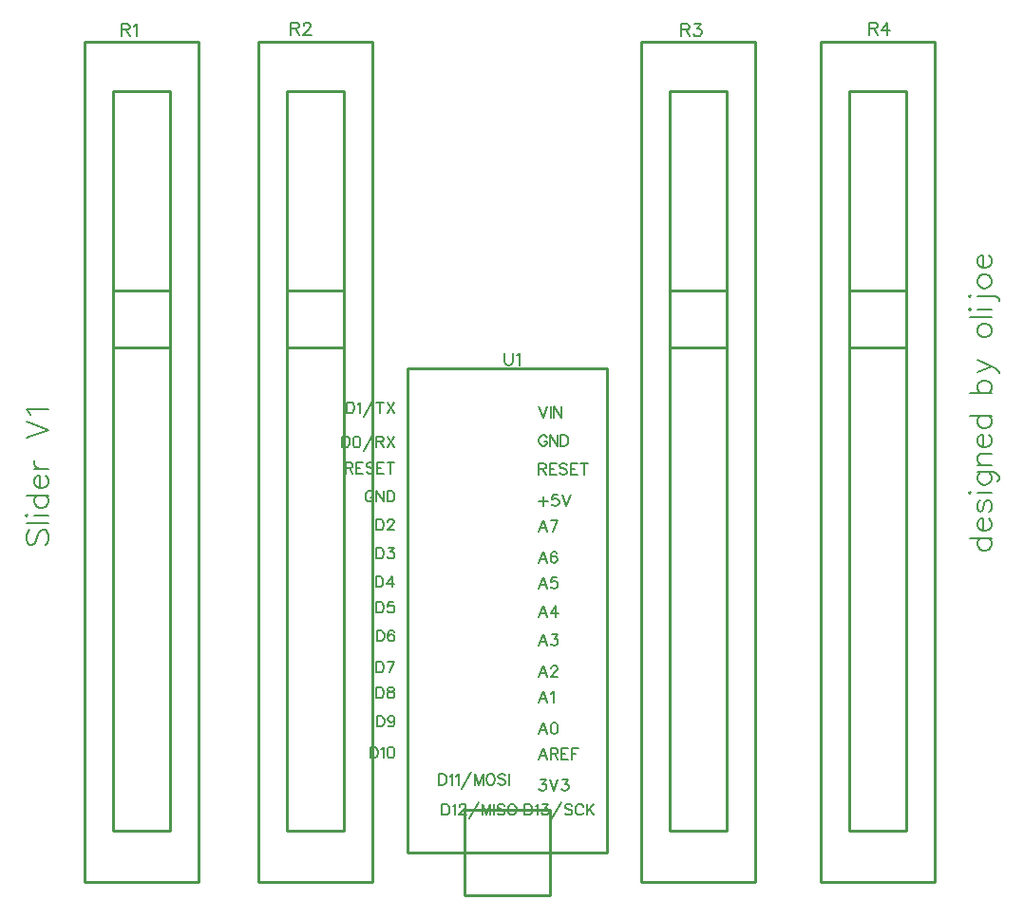
<source format=gto>
G04 Layer: TopSilkLayer*
G04 EasyEDA v6.3.53, 2020-06-28T18:38:07+02:00*
G04 af82a4ba73104de48942a1140a1abb13,10*
G04 Gerber Generator version 0.2*
G04 Scale: 100 percent, Rotated: No, Reflected: No *
G04 Dimensions in millimeters *
G04 leading zeros omitted , absolute positions ,3 integer and 3 decimal *
%FSLAX33Y33*%
%MOMM*%
G90*
G71D02*

%ADD10C,0.254000*%
%ADD15C,0.203200*%
%ADD16C,0.152400*%
%ADD17C,0.177800*%

%LPD*%
G54D10*
G01X36195Y4963D02*
G01X53975Y4963D01*
G01X53975Y4963D02*
G01X53975Y48143D01*
G01X53975Y48143D02*
G01X36195Y48143D01*
G01X36195Y48143D02*
G01X36195Y4963D01*
G01X41275Y8773D02*
G01X41275Y1153D01*
G01X48895Y1153D01*
G01X48895Y8773D01*
G01X41275Y8773D01*
G01X73025Y77326D02*
G01X83185Y77326D01*
G01X73025Y77326D02*
G01X73025Y2361D01*
G01X83185Y77326D02*
G01X83185Y2361D01*
G01X73025Y2361D02*
G01X83185Y2361D01*
G01X75565Y6968D02*
G01X75565Y72881D01*
G01X80645Y72881D01*
G01X80645Y6968D01*
G01X75565Y6968D01*
G01X75692Y55101D02*
G01X80645Y55101D01*
G01X75566Y50022D02*
G01X80646Y50022D01*
G01X57023Y77326D02*
G01X67183Y77326D01*
G01X57023Y77326D02*
G01X57023Y2361D01*
G01X67183Y77326D02*
G01X67183Y2361D01*
G01X57023Y2361D02*
G01X67183Y2361D01*
G01X59563Y6968D02*
G01X59563Y72881D01*
G01X64643Y72881D01*
G01X64643Y6968D01*
G01X59563Y6968D01*
G01X59564Y50022D02*
G01X64644Y50022D01*
G01X59690Y55101D02*
G01X64643Y55101D01*
G01X22860Y77326D02*
G01X33020Y77326D01*
G01X22860Y77326D02*
G01X22860Y2361D01*
G01X33020Y77326D02*
G01X33020Y2361D01*
G01X25400Y6968D02*
G01X25400Y72881D01*
G01X30480Y72881D01*
G01X30480Y6968D01*
G01X25400Y6968D01*
G01X25401Y50022D02*
G01X30481Y50022D01*
G01X25527Y55101D02*
G01X30480Y55101D01*
G01X22860Y2361D02*
G01X33020Y2361D01*
G01X7366Y77326D02*
G01X17526Y77326D01*
G01X7366Y77326D02*
G01X7366Y2361D01*
G01X17526Y77326D02*
G01X17526Y2361D01*
G01X7366Y2361D02*
G01X17526Y2361D01*
G01X9906Y6968D02*
G01X9906Y72881D01*
G01X14986Y72881D01*
G01X14986Y6968D01*
G01X9906Y6968D01*
G01X10033Y55101D02*
G01X14986Y55101D01*
G01X9907Y50022D02*
G01X14987Y50022D01*
G54D15*
G01X86274Y33055D02*
G01X88214Y33055D01*
G01X87198Y33055D02*
G01X87013Y32869D01*
G01X86921Y32687D01*
G01X86921Y32407D01*
G01X87013Y32224D01*
G01X87198Y32039D01*
G01X87475Y31947D01*
G01X87660Y31947D01*
G01X87937Y32039D01*
G01X88120Y32224D01*
G01X88214Y32407D01*
G01X88214Y32687D01*
G01X88120Y32869D01*
G01X87937Y33055D01*
G01X87475Y33665D02*
G01X87475Y34772D01*
G01X87290Y34772D01*
G01X87104Y34681D01*
G01X87013Y34589D01*
G01X86921Y34404D01*
G01X86921Y34127D01*
G01X87013Y33941D01*
G01X87198Y33756D01*
G01X87475Y33665D01*
G01X87660Y33665D01*
G01X87937Y33756D01*
G01X88120Y33941D01*
G01X88214Y34127D01*
G01X88214Y34404D01*
G01X88120Y34589D01*
G01X87937Y34772D01*
G01X87198Y36398D02*
G01X87013Y36306D01*
G01X86921Y36029D01*
G01X86921Y35752D01*
G01X87013Y35476D01*
G01X87198Y35382D01*
G01X87381Y35476D01*
G01X87475Y35658D01*
G01X87567Y36121D01*
G01X87660Y36306D01*
G01X87843Y36398D01*
G01X87937Y36398D01*
G01X88120Y36306D01*
G01X88214Y36029D01*
G01X88214Y35752D01*
G01X88120Y35476D01*
G01X87937Y35382D01*
G01X86274Y37007D02*
G01X86365Y37101D01*
G01X86274Y37193D01*
G01X86182Y37101D01*
G01X86274Y37007D01*
G01X86921Y37101D02*
G01X88214Y37101D01*
G01X86921Y38910D02*
G01X88397Y38910D01*
G01X88676Y38818D01*
G01X88768Y38727D01*
G01X88859Y38541D01*
G01X88859Y38264D01*
G01X88768Y38079D01*
G01X87198Y38910D02*
G01X87013Y38727D01*
G01X86921Y38541D01*
G01X86921Y38264D01*
G01X87013Y38079D01*
G01X87198Y37894D01*
G01X87475Y37802D01*
G01X87660Y37802D01*
G01X87937Y37894D01*
G01X88120Y38079D01*
G01X88214Y38264D01*
G01X88214Y38541D01*
G01X88120Y38727D01*
G01X87937Y38910D01*
G01X86921Y39519D02*
G01X88214Y39519D01*
G01X87290Y39519D02*
G01X87013Y39799D01*
G01X86921Y39981D01*
G01X86921Y40258D01*
G01X87013Y40444D01*
G01X87290Y40535D01*
G01X88214Y40535D01*
G01X87475Y41145D02*
G01X87475Y42255D01*
G01X87290Y42255D01*
G01X87104Y42161D01*
G01X87013Y42069D01*
G01X86921Y41884D01*
G01X86921Y41607D01*
G01X87013Y41424D01*
G01X87198Y41239D01*
G01X87475Y41145D01*
G01X87660Y41145D01*
G01X87937Y41239D01*
G01X88120Y41424D01*
G01X88214Y41607D01*
G01X88214Y41884D01*
G01X88120Y42069D01*
G01X87937Y42255D01*
G01X86274Y43972D02*
G01X88214Y43972D01*
G01X87198Y43972D02*
G01X87013Y43786D01*
G01X86921Y43604D01*
G01X86921Y43327D01*
G01X87013Y43141D01*
G01X87198Y42956D01*
G01X87475Y42864D01*
G01X87660Y42864D01*
G01X87937Y42956D01*
G01X88120Y43141D01*
G01X88214Y43327D01*
G01X88214Y43604D01*
G01X88120Y43786D01*
G01X87937Y43972D01*
G01X86274Y46004D02*
G01X88214Y46004D01*
G01X87198Y46004D02*
G01X87013Y46189D01*
G01X86921Y46375D01*
G01X86921Y46652D01*
G01X87013Y46834D01*
G01X87198Y47020D01*
G01X87475Y47114D01*
G01X87660Y47114D01*
G01X87937Y47020D01*
G01X88120Y46834D01*
G01X88214Y46652D01*
G01X88214Y46375D01*
G01X88120Y46189D01*
G01X87937Y46004D01*
G01X86921Y47815D02*
G01X88214Y48369D01*
G01X86921Y48922D02*
G01X88214Y48369D01*
G01X88583Y48183D01*
G01X88768Y48000D01*
G01X88859Y47815D01*
G01X88859Y47723D01*
G01X86921Y51417D02*
G01X87013Y51231D01*
G01X87198Y51048D01*
G01X87475Y50954D01*
G01X87660Y50954D01*
G01X87937Y51048D01*
G01X88120Y51231D01*
G01X88214Y51417D01*
G01X88214Y51693D01*
G01X88120Y51879D01*
G01X87937Y52064D01*
G01X87660Y52156D01*
G01X87475Y52156D01*
G01X87198Y52064D01*
G01X87013Y51879D01*
G01X86921Y51693D01*
G01X86921Y51417D01*
G01X86274Y52765D02*
G01X88214Y52765D01*
G01X86274Y53375D02*
G01X86365Y53466D01*
G01X86274Y53560D01*
G01X86182Y53466D01*
G01X86274Y53375D01*
G01X86921Y53466D02*
G01X88214Y53466D01*
G01X86274Y54538D02*
G01X86365Y54632D01*
G01X86274Y54724D01*
G01X86182Y54632D01*
G01X86274Y54538D01*
G01X86921Y54632D02*
G01X88491Y54632D01*
G01X88768Y54538D01*
G01X88859Y54353D01*
G01X88859Y54170D01*
G01X86921Y55796D02*
G01X87013Y55610D01*
G01X87198Y55425D01*
G01X87475Y55333D01*
G01X87660Y55333D01*
G01X87937Y55425D01*
G01X88120Y55610D01*
G01X88214Y55796D01*
G01X88214Y56072D01*
G01X88120Y56258D01*
G01X87937Y56441D01*
G01X87660Y56535D01*
G01X87475Y56535D01*
G01X87198Y56441D01*
G01X87013Y56258D01*
G01X86921Y56072D01*
G01X86921Y55796D01*
G01X87475Y57144D02*
G01X87475Y58252D01*
G01X87290Y58252D01*
G01X87104Y58160D01*
G01X87013Y58066D01*
G01X86921Y57883D01*
G01X86921Y57604D01*
G01X87013Y57421D01*
G01X87198Y57236D01*
G01X87475Y57144D01*
G01X87660Y57144D01*
G01X87937Y57236D01*
G01X88120Y57421D01*
G01X88214Y57604D01*
G01X88214Y57883D01*
G01X88120Y58066D01*
G01X87937Y58252D01*
G01X2477Y33748D02*
G01X2291Y33563D01*
G01X2200Y33286D01*
G01X2200Y32915D01*
G01X2291Y32638D01*
G01X2477Y32455D01*
G01X2662Y32455D01*
G01X2847Y32547D01*
G01X2939Y32638D01*
G01X3030Y32824D01*
G01X3216Y33377D01*
G01X3307Y33563D01*
G01X3401Y33654D01*
G01X3587Y33748D01*
G01X3863Y33748D01*
G01X4046Y33563D01*
G01X4140Y33286D01*
G01X4140Y32915D01*
G01X4046Y32638D01*
G01X3863Y32455D01*
G01X2200Y34358D02*
G01X4140Y34358D01*
G01X2200Y34968D02*
G01X2291Y35059D01*
G01X2200Y35150D01*
G01X2108Y35059D01*
G01X2200Y34968D01*
G01X2847Y35059D02*
G01X4140Y35059D01*
G01X2200Y36870D02*
G01X4140Y36870D01*
G01X3124Y36870D02*
G01X2939Y36685D01*
G01X2847Y36499D01*
G01X2847Y36222D01*
G01X2939Y36039D01*
G01X3124Y35854D01*
G01X3401Y35760D01*
G01X3587Y35760D01*
G01X3863Y35854D01*
G01X4046Y36039D01*
G01X4140Y36222D01*
G01X4140Y36499D01*
G01X4046Y36685D01*
G01X3863Y36870D01*
G01X3401Y37480D02*
G01X3401Y38587D01*
G01X3216Y38587D01*
G01X3030Y38496D01*
G01X2939Y38402D01*
G01X2847Y38219D01*
G01X2847Y37942D01*
G01X2939Y37756D01*
G01X3124Y37571D01*
G01X3401Y37480D01*
G01X3587Y37480D01*
G01X3863Y37571D01*
G01X4046Y37756D01*
G01X4140Y37942D01*
G01X4140Y38219D01*
G01X4046Y38402D01*
G01X3863Y38587D01*
G01X2847Y39197D02*
G01X4140Y39197D01*
G01X3401Y39197D02*
G01X3124Y39291D01*
G01X2939Y39473D01*
G01X2847Y39659D01*
G01X2847Y39936D01*
G01X2200Y41968D02*
G01X4140Y42707D01*
G01X2200Y43446D02*
G01X4140Y42707D01*
G01X2571Y44056D02*
G01X2477Y44241D01*
G01X2200Y44518D01*
G01X4140Y44518D01*
G54D16*
G01X44831Y49550D02*
G01X44831Y48770D01*
G01X44881Y48615D01*
G01X44985Y48511D01*
G01X45143Y48460D01*
G01X45247Y48460D01*
G01X45402Y48511D01*
G01X45506Y48615D01*
G01X45557Y48770D01*
G01X45557Y49550D01*
G01X45900Y49341D02*
G01X46004Y49395D01*
G01X46161Y49550D01*
G01X46161Y48460D01*
G54D15*
G01X30767Y45163D02*
G01X30767Y44193D01*
G01X30767Y45163D02*
G01X31089Y45163D01*
G01X31229Y45117D01*
G01X31320Y45026D01*
G01X31366Y44932D01*
G01X31414Y44795D01*
G01X31414Y44564D01*
G01X31366Y44424D01*
G01X31320Y44333D01*
G01X31229Y44241D01*
G01X31089Y44193D01*
G01X30767Y44193D01*
G01X31719Y44978D02*
G01X31810Y45026D01*
G01X31948Y45163D01*
G01X31948Y44193D01*
G01X33086Y45349D02*
G01X32252Y43870D01*
G01X33713Y45163D02*
G01X33713Y44193D01*
G01X33390Y45163D02*
G01X34036Y45163D01*
G01X34340Y45163D02*
G01X34988Y44193D01*
G01X34988Y45163D02*
G01X34340Y44193D01*
G01X48572Y41988D02*
G01X48526Y42082D01*
G01X48432Y42174D01*
G01X48341Y42219D01*
G01X48155Y42219D01*
G01X48064Y42174D01*
G01X47970Y42082D01*
G01X47924Y41988D01*
G01X47879Y41851D01*
G01X47879Y41620D01*
G01X47924Y41480D01*
G01X47970Y41389D01*
G01X48064Y41297D01*
G01X48155Y41249D01*
G01X48341Y41249D01*
G01X48432Y41297D01*
G01X48526Y41389D01*
G01X48572Y41480D01*
G01X48572Y41620D01*
G01X48341Y41620D02*
G01X48572Y41620D01*
G01X48877Y42219D02*
G01X48877Y41249D01*
G01X48877Y42219D02*
G01X49522Y41249D01*
G01X49522Y42219D02*
G01X49522Y41249D01*
G01X49827Y42219D02*
G01X49827Y41249D01*
G01X49827Y42219D02*
G01X50152Y42219D01*
G01X50289Y42174D01*
G01X50380Y42082D01*
G01X50429Y41988D01*
G01X50474Y41851D01*
G01X50474Y41620D01*
G01X50429Y41480D01*
G01X50380Y41389D01*
G01X50289Y41297D01*
G01X50152Y41249D01*
G01X49827Y41249D01*
G01X48295Y36748D02*
G01X48295Y35915D01*
G01X47879Y36332D02*
G01X48709Y36332D01*
G01X49568Y36885D02*
G01X49108Y36885D01*
G01X49060Y36471D01*
G01X49108Y36517D01*
G01X49245Y36563D01*
G01X49385Y36563D01*
G01X49522Y36517D01*
G01X49616Y36423D01*
G01X49662Y36286D01*
G01X49662Y36192D01*
G01X49616Y36055D01*
G01X49522Y35963D01*
G01X49385Y35915D01*
G01X49245Y35915D01*
G01X49108Y35963D01*
G01X49060Y36009D01*
G01X49014Y36100D01*
G01X49966Y36885D02*
G01X50335Y35915D01*
G01X50706Y36885D02*
G01X50335Y35915D01*
G01X39243Y9326D02*
G01X39243Y8356D01*
G01X39243Y9326D02*
G01X39565Y9326D01*
G01X39705Y9281D01*
G01X39796Y9189D01*
G01X39842Y9095D01*
G01X39890Y8958D01*
G01X39890Y8727D01*
G01X39842Y8587D01*
G01X39796Y8496D01*
G01X39705Y8404D01*
G01X39565Y8356D01*
G01X39243Y8356D01*
G01X40195Y9141D02*
G01X40286Y9189D01*
G01X40424Y9326D01*
G01X40424Y8356D01*
G01X40777Y9095D02*
G01X40777Y9141D01*
G01X40822Y9235D01*
G01X40868Y9281D01*
G01X40960Y9326D01*
G01X41145Y9326D01*
G01X41236Y9281D01*
G01X41285Y9235D01*
G01X41330Y9141D01*
G01X41330Y9049D01*
G01X41285Y8958D01*
G01X41191Y8818D01*
G01X40728Y8356D01*
G01X41376Y8356D01*
G01X42511Y9512D02*
G01X41681Y8033D01*
G01X42816Y9326D02*
G01X42816Y8356D01*
G01X42816Y9326D02*
G01X43187Y8356D01*
G01X43555Y9326D02*
G01X43187Y8356D01*
G01X43555Y9326D02*
G01X43555Y8356D01*
G01X43860Y9326D02*
G01X43860Y8356D01*
G01X44813Y9189D02*
G01X44719Y9281D01*
G01X44582Y9326D01*
G01X44396Y9326D01*
G01X44259Y9281D01*
G01X44165Y9189D01*
G01X44165Y9095D01*
G01X44211Y9004D01*
G01X44259Y8958D01*
G01X44350Y8912D01*
G01X44627Y8818D01*
G01X44719Y8773D01*
G01X44767Y8727D01*
G01X44813Y8633D01*
G01X44813Y8496D01*
G01X44719Y8404D01*
G01X44582Y8356D01*
G01X44396Y8356D01*
G01X44259Y8404D01*
G01X44165Y8496D01*
G01X45394Y9326D02*
G01X45300Y9281D01*
G01X45209Y9189D01*
G01X45163Y9095D01*
G01X45118Y8958D01*
G01X45118Y8727D01*
G01X45163Y8587D01*
G01X45209Y8496D01*
G01X45300Y8404D01*
G01X45394Y8356D01*
G01X45580Y8356D01*
G01X45671Y8404D01*
G01X45763Y8496D01*
G01X45808Y8587D01*
G01X45857Y8727D01*
G01X45857Y8958D01*
G01X45808Y9095D01*
G01X45763Y9189D01*
G01X45671Y9281D01*
G01X45580Y9326D01*
G01X45394Y9326D01*
G01X47879Y44759D02*
G01X48247Y43789D01*
G01X48618Y44759D02*
G01X48247Y43789D01*
G01X48922Y44759D02*
G01X48922Y43789D01*
G01X49227Y44759D02*
G01X49227Y43789D01*
G01X49227Y44759D02*
G01X49872Y43789D01*
G01X49872Y44759D02*
G01X49872Y43789D01*
G01X46609Y9326D02*
G01X46609Y8356D01*
G01X46609Y9326D02*
G01X46931Y9326D01*
G01X47071Y9281D01*
G01X47162Y9189D01*
G01X47208Y9095D01*
G01X47256Y8958D01*
G01X47256Y8727D01*
G01X47208Y8587D01*
G01X47162Y8496D01*
G01X47071Y8404D01*
G01X46931Y8356D01*
G01X46609Y8356D01*
G01X47561Y9141D02*
G01X47652Y9189D01*
G01X47790Y9326D01*
G01X47790Y8356D01*
G01X48188Y9326D02*
G01X48696Y9326D01*
G01X48420Y8958D01*
G01X48557Y8958D01*
G01X48651Y8912D01*
G01X48696Y8864D01*
G01X48742Y8727D01*
G01X48742Y8633D01*
G01X48696Y8496D01*
G01X48602Y8404D01*
G01X48465Y8356D01*
G01X48326Y8356D01*
G01X48188Y8404D01*
G01X48143Y8450D01*
G01X48094Y8541D01*
G01X49877Y9512D02*
G01X49047Y8033D01*
G01X50830Y9189D02*
G01X50736Y9281D01*
G01X50599Y9326D01*
G01X50413Y9326D01*
G01X50276Y9281D01*
G01X50182Y9189D01*
G01X50182Y9095D01*
G01X50228Y9004D01*
G01X50276Y8958D01*
G01X50368Y8912D01*
G01X50645Y8818D01*
G01X50736Y8773D01*
G01X50784Y8727D01*
G01X50830Y8633D01*
G01X50830Y8496D01*
G01X50736Y8404D01*
G01X50599Y8356D01*
G01X50413Y8356D01*
G01X50276Y8404D01*
G01X50182Y8496D01*
G01X51828Y9095D02*
G01X51780Y9189D01*
G01X51689Y9281D01*
G01X51597Y9326D01*
G01X51412Y9326D01*
G01X51320Y9281D01*
G01X51226Y9189D01*
G01X51181Y9095D01*
G01X51135Y8958D01*
G01X51135Y8727D01*
G01X51181Y8587D01*
G01X51226Y8496D01*
G01X51320Y8404D01*
G01X51412Y8356D01*
G01X51597Y8356D01*
G01X51689Y8404D01*
G01X51780Y8496D01*
G01X51828Y8587D01*
G01X52133Y9326D02*
G01X52133Y8356D01*
G01X52778Y9326D02*
G01X52133Y8681D01*
G01X52362Y8912D02*
G01X52778Y8356D01*
G01X33086Y37035D02*
G01X33040Y37129D01*
G01X32946Y37221D01*
G01X32854Y37266D01*
G01X32669Y37266D01*
G01X32578Y37221D01*
G01X32484Y37129D01*
G01X32438Y37035D01*
G01X32392Y36898D01*
G01X32392Y36667D01*
G01X32438Y36527D01*
G01X32484Y36436D01*
G01X32578Y36344D01*
G01X32669Y36296D01*
G01X32854Y36296D01*
G01X32946Y36344D01*
G01X33040Y36436D01*
G01X33086Y36527D01*
G01X33086Y36667D01*
G01X32854Y36667D02*
G01X33086Y36667D01*
G01X33390Y37266D02*
G01X33390Y36296D01*
G01X33390Y37266D02*
G01X34036Y36296D01*
G01X34036Y37266D02*
G01X34036Y36296D01*
G01X34340Y37266D02*
G01X34340Y36296D01*
G01X34340Y37266D02*
G01X34665Y37266D01*
G01X34803Y37221D01*
G01X34894Y37129D01*
G01X34942Y37035D01*
G01X34988Y36898D01*
G01X34988Y36667D01*
G01X34942Y36527D01*
G01X34894Y36436D01*
G01X34803Y36344D01*
G01X34665Y36296D01*
G01X34340Y36296D01*
G01X30353Y42115D02*
G01X30353Y41145D01*
G01X30353Y42115D02*
G01X30675Y42115D01*
G01X30815Y42069D01*
G01X30906Y41978D01*
G01X30952Y41884D01*
G01X31000Y41747D01*
G01X31000Y41516D01*
G01X30952Y41376D01*
G01X30906Y41285D01*
G01X30815Y41193D01*
G01X30675Y41145D01*
G01X30353Y41145D01*
G01X31582Y42115D02*
G01X31442Y42069D01*
G01X31351Y41930D01*
G01X31305Y41701D01*
G01X31305Y41561D01*
G01X31351Y41330D01*
G01X31442Y41193D01*
G01X31582Y41145D01*
G01X31673Y41145D01*
G01X31813Y41193D01*
G01X31904Y41330D01*
G01X31950Y41561D01*
G01X31950Y41701D01*
G01X31904Y41930D01*
G01X31813Y42069D01*
G01X31673Y42115D01*
G01X31582Y42115D01*
G01X33086Y42301D02*
G01X32255Y40822D01*
G01X33390Y42115D02*
G01X33390Y41145D01*
G01X33390Y42115D02*
G01X33807Y42115D01*
G01X33947Y42069D01*
G01X33992Y42024D01*
G01X34038Y41930D01*
G01X34038Y41838D01*
G01X33992Y41747D01*
G01X33947Y41701D01*
G01X33807Y41653D01*
G01X33390Y41653D01*
G01X33715Y41653D02*
G01X34038Y41145D01*
G01X34343Y42115D02*
G01X34988Y41145D01*
G01X34988Y42115D02*
G01X34343Y41145D01*
G01X30629Y39761D02*
G01X30629Y38790D01*
G01X30629Y39761D02*
G01X31046Y39761D01*
G01X31183Y39715D01*
G01X31229Y39669D01*
G01X31277Y39575D01*
G01X31277Y39484D01*
G01X31229Y39392D01*
G01X31183Y39346D01*
G01X31046Y39298D01*
G01X30629Y39298D01*
G01X30952Y39298D02*
G01X31277Y38790D01*
G01X31582Y39761D02*
G01X31582Y38790D01*
G01X31582Y39761D02*
G01X32181Y39761D01*
G01X31582Y39298D02*
G01X31950Y39298D01*
G01X31582Y38790D02*
G01X32181Y38790D01*
G01X33131Y39623D02*
G01X33040Y39715D01*
G01X32903Y39761D01*
G01X32717Y39761D01*
G01X32578Y39715D01*
G01X32486Y39623D01*
G01X32486Y39529D01*
G01X32532Y39438D01*
G01X32578Y39392D01*
G01X32672Y39346D01*
G01X32948Y39253D01*
G01X33040Y39207D01*
G01X33086Y39161D01*
G01X33131Y39067D01*
G01X33131Y38930D01*
G01X33040Y38838D01*
G01X32903Y38790D01*
G01X32717Y38790D01*
G01X32578Y38838D01*
G01X32486Y38930D01*
G01X33436Y39761D02*
G01X33436Y38790D01*
G01X33436Y39761D02*
G01X34038Y39761D01*
G01X33436Y39298D02*
G01X33807Y39298D01*
G01X33436Y38790D02*
G01X34038Y38790D01*
G01X34665Y39761D02*
G01X34665Y38790D01*
G01X34343Y39761D02*
G01X34988Y39761D01*
G01X33390Y34726D02*
G01X33390Y33756D01*
G01X33390Y34726D02*
G01X33713Y34726D01*
G01X33853Y34681D01*
G01X33944Y34589D01*
G01X33990Y34495D01*
G01X34038Y34358D01*
G01X34038Y34127D01*
G01X33990Y33987D01*
G01X33944Y33896D01*
G01X33853Y33804D01*
G01X33713Y33756D01*
G01X33390Y33756D01*
G01X34389Y34495D02*
G01X34389Y34541D01*
G01X34434Y34635D01*
G01X34480Y34681D01*
G01X34571Y34726D01*
G01X34757Y34726D01*
G01X34851Y34681D01*
G01X34897Y34635D01*
G01X34942Y34541D01*
G01X34942Y34449D01*
G01X34897Y34358D01*
G01X34803Y34218D01*
G01X34343Y33756D01*
G01X34988Y33756D01*
G01X33390Y32186D02*
G01X33390Y31216D01*
G01X33390Y32186D02*
G01X33713Y32186D01*
G01X33853Y32141D01*
G01X33944Y32049D01*
G01X33990Y31955D01*
G01X34038Y31818D01*
G01X34038Y31587D01*
G01X33990Y31447D01*
G01X33944Y31356D01*
G01X33853Y31264D01*
G01X33713Y31216D01*
G01X33390Y31216D01*
G01X34434Y32186D02*
G01X34942Y32186D01*
G01X34665Y31818D01*
G01X34803Y31818D01*
G01X34897Y31772D01*
G01X34942Y31724D01*
G01X34988Y31587D01*
G01X34988Y31493D01*
G01X34942Y31356D01*
G01X34851Y31264D01*
G01X34711Y31216D01*
G01X34571Y31216D01*
G01X34434Y31264D01*
G01X34389Y31310D01*
G01X34343Y31401D01*
G01X33345Y29646D02*
G01X33345Y28676D01*
G01X33345Y29646D02*
G01X33667Y29646D01*
G01X33807Y29601D01*
G01X33898Y29509D01*
G01X33944Y29415D01*
G01X33992Y29278D01*
G01X33992Y29047D01*
G01X33944Y28907D01*
G01X33898Y28816D01*
G01X33807Y28724D01*
G01X33667Y28676D01*
G01X33345Y28676D01*
G01X34757Y29646D02*
G01X34297Y29001D01*
G01X34988Y29001D01*
G01X34757Y29646D02*
G01X34757Y28676D01*
G01X33390Y27360D02*
G01X33390Y26390D01*
G01X33390Y27360D02*
G01X33713Y27360D01*
G01X33853Y27315D01*
G01X33944Y27223D01*
G01X33990Y27129D01*
G01X34038Y26992D01*
G01X34038Y26761D01*
G01X33990Y26621D01*
G01X33944Y26530D01*
G01X33853Y26438D01*
G01X33713Y26390D01*
G01X33390Y26390D01*
G01X34897Y27360D02*
G01X34434Y27360D01*
G01X34389Y26946D01*
G01X34434Y26992D01*
G01X34571Y27038D01*
G01X34711Y27038D01*
G01X34851Y26992D01*
G01X34942Y26898D01*
G01X34988Y26761D01*
G01X34988Y26667D01*
G01X34942Y26530D01*
G01X34851Y26438D01*
G01X34711Y26390D01*
G01X34571Y26390D01*
G01X34434Y26438D01*
G01X34389Y26484D01*
G01X34343Y26575D01*
G01X33436Y24820D02*
G01X33436Y23850D01*
G01X33436Y24820D02*
G01X33759Y24820D01*
G01X33898Y24775D01*
G01X33990Y24683D01*
G01X34036Y24589D01*
G01X34084Y24452D01*
G01X34084Y24221D01*
G01X34036Y24081D01*
G01X33990Y23990D01*
G01X33898Y23898D01*
G01X33759Y23850D01*
G01X33436Y23850D01*
G01X34942Y24683D02*
G01X34897Y24775D01*
G01X34757Y24820D01*
G01X34665Y24820D01*
G01X34526Y24775D01*
G01X34434Y24635D01*
G01X34389Y24406D01*
G01X34389Y24175D01*
G01X34434Y23990D01*
G01X34526Y23898D01*
G01X34665Y23850D01*
G01X34711Y23850D01*
G01X34848Y23898D01*
G01X34942Y23990D01*
G01X34988Y24127D01*
G01X34988Y24175D01*
G01X34942Y24312D01*
G01X34848Y24406D01*
G01X34711Y24452D01*
G01X34665Y24452D01*
G01X34526Y24406D01*
G01X34434Y24312D01*
G01X34389Y24175D01*
G01X33390Y22026D02*
G01X33390Y21056D01*
G01X33390Y22026D02*
G01X33713Y22026D01*
G01X33853Y21981D01*
G01X33944Y21889D01*
G01X33990Y21795D01*
G01X34038Y21658D01*
G01X34038Y21427D01*
G01X33990Y21287D01*
G01X33944Y21196D01*
G01X33853Y21104D01*
G01X33713Y21056D01*
G01X33390Y21056D01*
G01X34988Y22026D02*
G01X34526Y21056D01*
G01X34343Y22026D02*
G01X34988Y22026D01*
G01X33390Y19740D02*
G01X33390Y18770D01*
G01X33390Y19740D02*
G01X33713Y19740D01*
G01X33853Y19695D01*
G01X33944Y19603D01*
G01X33990Y19509D01*
G01X34038Y19372D01*
G01X34038Y19141D01*
G01X33990Y19001D01*
G01X33944Y18910D01*
G01X33853Y18818D01*
G01X33713Y18770D01*
G01X33390Y18770D01*
G01X34571Y19740D02*
G01X34434Y19695D01*
G01X34389Y19603D01*
G01X34389Y19509D01*
G01X34434Y19418D01*
G01X34526Y19372D01*
G01X34711Y19326D01*
G01X34851Y19278D01*
G01X34942Y19187D01*
G01X34988Y19095D01*
G01X34988Y18955D01*
G01X34942Y18864D01*
G01X34897Y18818D01*
G01X34757Y18770D01*
G01X34571Y18770D01*
G01X34434Y18818D01*
G01X34389Y18864D01*
G01X34343Y18955D01*
G01X34343Y19095D01*
G01X34389Y19187D01*
G01X34480Y19278D01*
G01X34620Y19326D01*
G01X34803Y19372D01*
G01X34897Y19418D01*
G01X34942Y19509D01*
G01X34942Y19603D01*
G01X34897Y19695D01*
G01X34757Y19740D01*
G01X34571Y19740D01*
G01X33436Y17200D02*
G01X33436Y16230D01*
G01X33436Y17200D02*
G01X33759Y17200D01*
G01X33898Y17155D01*
G01X33990Y17063D01*
G01X34036Y16969D01*
G01X34084Y16832D01*
G01X34084Y16601D01*
G01X34036Y16461D01*
G01X33990Y16370D01*
G01X33898Y16278D01*
G01X33759Y16230D01*
G01X33436Y16230D01*
G01X34988Y16878D02*
G01X34942Y16738D01*
G01X34848Y16647D01*
G01X34711Y16601D01*
G01X34665Y16601D01*
G01X34526Y16647D01*
G01X34434Y16738D01*
G01X34389Y16878D01*
G01X34389Y16923D01*
G01X34434Y17063D01*
G01X34526Y17155D01*
G01X34665Y17200D01*
G01X34711Y17200D01*
G01X34848Y17155D01*
G01X34942Y17063D01*
G01X34988Y16878D01*
G01X34988Y16647D01*
G01X34942Y16415D01*
G01X34848Y16278D01*
G01X34711Y16230D01*
G01X34617Y16230D01*
G01X34480Y16278D01*
G01X34434Y16370D01*
G01X32854Y14406D02*
G01X32854Y13436D01*
G01X32854Y14406D02*
G01X33177Y14406D01*
G01X33317Y14361D01*
G01X33408Y14269D01*
G01X33454Y14175D01*
G01X33502Y14038D01*
G01X33502Y13807D01*
G01X33454Y13667D01*
G01X33408Y13576D01*
G01X33317Y13484D01*
G01X33177Y13436D01*
G01X32854Y13436D01*
G01X33807Y14221D02*
G01X33898Y14269D01*
G01X34036Y14406D01*
G01X34036Y13436D01*
G01X34620Y14406D02*
G01X34480Y14361D01*
G01X34389Y14221D01*
G01X34340Y13992D01*
G01X34340Y13853D01*
G01X34389Y13621D01*
G01X34480Y13484D01*
G01X34620Y13436D01*
G01X34711Y13436D01*
G01X34848Y13484D01*
G01X34942Y13621D01*
G01X34988Y13853D01*
G01X34988Y13992D01*
G01X34942Y14221D01*
G01X34848Y14361D01*
G01X34711Y14406D01*
G01X34620Y14406D01*
G01X38989Y11993D02*
G01X38989Y11023D01*
G01X38989Y11993D02*
G01X39311Y11993D01*
G01X39451Y11948D01*
G01X39542Y11856D01*
G01X39588Y11762D01*
G01X39636Y11625D01*
G01X39636Y11394D01*
G01X39588Y11254D01*
G01X39542Y11163D01*
G01X39451Y11071D01*
G01X39311Y11023D01*
G01X38989Y11023D01*
G01X39941Y11808D02*
G01X40032Y11856D01*
G01X40170Y11993D01*
G01X40170Y11023D01*
G01X40474Y11808D02*
G01X40568Y11856D01*
G01X40706Y11993D01*
G01X40706Y11023D01*
G01X41843Y12179D02*
G01X41010Y10700D01*
G01X42148Y11993D02*
G01X42148Y11023D01*
G01X42148Y11993D02*
G01X42517Y11023D01*
G01X42887Y11993D02*
G01X42517Y11023D01*
G01X42887Y11993D02*
G01X42887Y11023D01*
G01X43469Y11993D02*
G01X43375Y11948D01*
G01X43284Y11856D01*
G01X43238Y11762D01*
G01X43192Y11625D01*
G01X43192Y11394D01*
G01X43238Y11254D01*
G01X43284Y11163D01*
G01X43375Y11071D01*
G01X43469Y11023D01*
G01X43652Y11023D01*
G01X43746Y11071D01*
G01X43837Y11163D01*
G01X43883Y11254D01*
G01X43929Y11394D01*
G01X43929Y11625D01*
G01X43883Y11762D01*
G01X43837Y11856D01*
G01X43746Y11948D01*
G01X43652Y11993D01*
G01X43469Y11993D01*
G01X44881Y11856D02*
G01X44790Y11948D01*
G01X44650Y11993D01*
G01X44465Y11993D01*
G01X44328Y11948D01*
G01X44234Y11856D01*
G01X44234Y11762D01*
G01X44282Y11671D01*
G01X44328Y11625D01*
G01X44419Y11579D01*
G01X44696Y11485D01*
G01X44790Y11440D01*
G01X44836Y11394D01*
G01X44881Y11300D01*
G01X44881Y11163D01*
G01X44790Y11071D01*
G01X44650Y11023D01*
G01X44465Y11023D01*
G01X44328Y11071D01*
G01X44234Y11163D01*
G01X45186Y11993D02*
G01X45186Y11023D01*
G01X47970Y11485D02*
G01X48478Y11485D01*
G01X48201Y11117D01*
G01X48341Y11117D01*
G01X48432Y11071D01*
G01X48478Y11023D01*
G01X48526Y10886D01*
G01X48526Y10792D01*
G01X48478Y10655D01*
G01X48387Y10563D01*
G01X48247Y10515D01*
G01X48110Y10515D01*
G01X47970Y10563D01*
G01X47924Y10609D01*
G01X47879Y10700D01*
G01X48831Y11485D02*
G01X49199Y10515D01*
G01X49568Y11485D02*
G01X49199Y10515D01*
G01X49966Y11485D02*
G01X50474Y11485D01*
G01X50198Y11117D01*
G01X50335Y11117D01*
G01X50429Y11071D01*
G01X50474Y11023D01*
G01X50520Y10886D01*
G01X50520Y10792D01*
G01X50474Y10655D01*
G01X50380Y10563D01*
G01X50243Y10515D01*
G01X50104Y10515D01*
G01X49966Y10563D01*
G01X49921Y10609D01*
G01X49872Y10700D01*
G01X48247Y14279D02*
G01X47879Y13309D01*
G01X48247Y14279D02*
G01X48618Y13309D01*
G01X48018Y13634D02*
G01X48478Y13634D01*
G01X48922Y14279D02*
G01X48922Y13309D01*
G01X48922Y14279D02*
G01X49339Y14279D01*
G01X49476Y14234D01*
G01X49522Y14188D01*
G01X49568Y14094D01*
G01X49568Y14002D01*
G01X49522Y13911D01*
G01X49476Y13865D01*
G01X49339Y13817D01*
G01X48922Y13817D01*
G01X49245Y13817D02*
G01X49568Y13309D01*
G01X49872Y14279D02*
G01X49872Y13309D01*
G01X49872Y14279D02*
G01X50474Y14279D01*
G01X49872Y13817D02*
G01X50243Y13817D01*
G01X49872Y13309D02*
G01X50474Y13309D01*
G01X50779Y14279D02*
G01X50779Y13309D01*
G01X50779Y14279D02*
G01X51379Y14279D01*
G01X50779Y13817D02*
G01X51147Y13817D01*
G01X48247Y16565D02*
G01X47879Y15595D01*
G01X48247Y16565D02*
G01X48618Y15595D01*
G01X48018Y15920D02*
G01X48478Y15920D01*
G01X49199Y16565D02*
G01X49060Y16520D01*
G01X48968Y16380D01*
G01X48922Y16151D01*
G01X48922Y16012D01*
G01X48968Y15780D01*
G01X49060Y15643D01*
G01X49199Y15595D01*
G01X49291Y15595D01*
G01X49430Y15643D01*
G01X49522Y15780D01*
G01X49568Y16012D01*
G01X49568Y16151D01*
G01X49522Y16380D01*
G01X49430Y16520D01*
G01X49291Y16565D01*
G01X49199Y16565D01*
G01X48247Y19359D02*
G01X47879Y18389D01*
G01X48247Y19359D02*
G01X48618Y18389D01*
G01X48018Y18714D02*
G01X48478Y18714D01*
G01X48922Y19174D02*
G01X49014Y19222D01*
G01X49154Y19359D01*
G01X49154Y18389D01*
G01X48247Y21645D02*
G01X47879Y20675D01*
G01X48247Y21645D02*
G01X48618Y20675D01*
G01X48018Y21000D02*
G01X48478Y21000D01*
G01X48968Y21414D02*
G01X48968Y21460D01*
G01X49014Y21554D01*
G01X49060Y21600D01*
G01X49154Y21645D01*
G01X49339Y21645D01*
G01X49430Y21600D01*
G01X49476Y21554D01*
G01X49522Y21460D01*
G01X49522Y21368D01*
G01X49476Y21277D01*
G01X49385Y21137D01*
G01X48922Y20675D01*
G01X49568Y20675D01*
G01X48247Y24439D02*
G01X47879Y23469D01*
G01X48247Y24439D02*
G01X48618Y23469D01*
G01X48018Y23794D02*
G01X48478Y23794D01*
G01X49014Y24439D02*
G01X49522Y24439D01*
G01X49245Y24071D01*
G01X49385Y24071D01*
G01X49476Y24025D01*
G01X49522Y23977D01*
G01X49568Y23840D01*
G01X49568Y23746D01*
G01X49522Y23609D01*
G01X49430Y23517D01*
G01X49291Y23469D01*
G01X49154Y23469D01*
G01X49014Y23517D01*
G01X48968Y23563D01*
G01X48922Y23654D01*
G01X48247Y26979D02*
G01X47879Y26009D01*
G01X48247Y26979D02*
G01X48618Y26009D01*
G01X48018Y26334D02*
G01X48478Y26334D01*
G01X49385Y26979D02*
G01X48922Y26334D01*
G01X49616Y26334D01*
G01X49385Y26979D02*
G01X49385Y26009D01*
G01X48247Y29519D02*
G01X47879Y28549D01*
G01X48247Y29519D02*
G01X48618Y28549D01*
G01X48018Y28874D02*
G01X48478Y28874D01*
G01X49476Y29519D02*
G01X49014Y29519D01*
G01X48968Y29105D01*
G01X49014Y29151D01*
G01X49154Y29197D01*
G01X49291Y29197D01*
G01X49430Y29151D01*
G01X49522Y29057D01*
G01X49568Y28920D01*
G01X49568Y28826D01*
G01X49522Y28689D01*
G01X49430Y28597D01*
G01X49291Y28549D01*
G01X49154Y28549D01*
G01X49014Y28597D01*
G01X48968Y28643D01*
G01X48922Y28734D01*
G01X48247Y31805D02*
G01X47879Y30835D01*
G01X48247Y31805D02*
G01X48618Y30835D01*
G01X48018Y31160D02*
G01X48478Y31160D01*
G01X49476Y31668D02*
G01X49430Y31760D01*
G01X49291Y31805D01*
G01X49199Y31805D01*
G01X49060Y31760D01*
G01X48968Y31620D01*
G01X48922Y31391D01*
G01X48922Y31160D01*
G01X48968Y30975D01*
G01X49060Y30883D01*
G01X49199Y30835D01*
G01X49245Y30835D01*
G01X49385Y30883D01*
G01X49476Y30975D01*
G01X49522Y31112D01*
G01X49522Y31160D01*
G01X49476Y31297D01*
G01X49385Y31391D01*
G01X49245Y31437D01*
G01X49199Y31437D01*
G01X49060Y31391D01*
G01X48968Y31297D01*
G01X48922Y31160D01*
G01X48247Y34599D02*
G01X47879Y33629D01*
G01X48247Y34599D02*
G01X48618Y33629D01*
G01X48018Y33954D02*
G01X48478Y33954D01*
G01X49568Y34599D02*
G01X49108Y33629D01*
G01X48922Y34599D02*
G01X49568Y34599D01*
G01X47879Y39679D02*
G01X47879Y38709D01*
G01X47879Y39679D02*
G01X48295Y39679D01*
G01X48432Y39634D01*
G01X48478Y39588D01*
G01X48526Y39494D01*
G01X48526Y39402D01*
G01X48478Y39311D01*
G01X48432Y39265D01*
G01X48295Y39217D01*
G01X47879Y39217D01*
G01X48201Y39217D02*
G01X48526Y38709D01*
G01X48831Y39679D02*
G01X48831Y38709D01*
G01X48831Y39679D02*
G01X49430Y39679D01*
G01X48831Y39217D02*
G01X49199Y39217D01*
G01X48831Y38709D02*
G01X49430Y38709D01*
G01X50380Y39542D02*
G01X50289Y39634D01*
G01X50152Y39679D01*
G01X49966Y39679D01*
G01X49827Y39634D01*
G01X49735Y39542D01*
G01X49735Y39448D01*
G01X49781Y39357D01*
G01X49827Y39311D01*
G01X49921Y39265D01*
G01X50198Y39171D01*
G01X50289Y39126D01*
G01X50335Y39080D01*
G01X50380Y38986D01*
G01X50380Y38849D01*
G01X50289Y38757D01*
G01X50152Y38709D01*
G01X49966Y38709D01*
G01X49827Y38757D01*
G01X49735Y38849D01*
G01X50685Y39679D02*
G01X50685Y38709D01*
G01X50685Y39679D02*
G01X51287Y39679D01*
G01X50685Y39217D02*
G01X51056Y39217D01*
G01X50685Y38709D02*
G01X51287Y38709D01*
G01X51915Y39679D02*
G01X51915Y38709D01*
G01X51592Y39679D02*
G01X52237Y39679D01*
G54D17*
G01X77343Y79014D02*
G01X77343Y77924D01*
G01X77343Y79014D02*
G01X77810Y79014D01*
G01X77965Y78963D01*
G01X78018Y78910D01*
G01X78069Y78805D01*
G01X78069Y78701D01*
G01X78018Y78597D01*
G01X77965Y78546D01*
G01X77810Y78496D01*
G01X77343Y78496D01*
G01X77706Y78496D02*
G01X78069Y77924D01*
G01X78933Y79014D02*
G01X78412Y78287D01*
G01X79192Y78287D01*
G01X78933Y79014D02*
G01X78933Y77924D01*
G01X60579Y78887D02*
G01X60579Y77797D01*
G01X60579Y78887D02*
G01X61046Y78887D01*
G01X61201Y78836D01*
G01X61254Y78783D01*
G01X61305Y78678D01*
G01X61305Y78574D01*
G01X61254Y78470D01*
G01X61201Y78419D01*
G01X61046Y78369D01*
G01X60579Y78369D01*
G01X60942Y78369D02*
G01X61305Y77797D01*
G01X61752Y78887D02*
G01X62323Y78887D01*
G01X62014Y78470D01*
G01X62169Y78470D01*
G01X62273Y78419D01*
G01X62323Y78369D01*
G01X62377Y78211D01*
G01X62377Y78107D01*
G01X62323Y77952D01*
G01X62219Y77848D01*
G01X62064Y77797D01*
G01X61909Y77797D01*
G01X61752Y77848D01*
G01X61701Y77899D01*
G01X61648Y78003D01*
G01X25781Y79014D02*
G01X25781Y77924D01*
G01X25781Y79014D02*
G01X26248Y79014D01*
G01X26403Y78963D01*
G01X26456Y78910D01*
G01X26507Y78805D01*
G01X26507Y78701D01*
G01X26456Y78597D01*
G01X26403Y78546D01*
G01X26248Y78496D01*
G01X25781Y78496D01*
G01X26144Y78496D02*
G01X26507Y77924D01*
G01X26903Y78755D02*
G01X26903Y78805D01*
G01X26954Y78910D01*
G01X27007Y78963D01*
G01X27111Y79014D01*
G01X27317Y79014D01*
G01X27421Y78963D01*
G01X27475Y78910D01*
G01X27525Y78805D01*
G01X27525Y78701D01*
G01X27475Y78597D01*
G01X27371Y78442D01*
G01X26850Y77924D01*
G01X27579Y77924D01*
G01X10668Y78887D02*
G01X10668Y77797D01*
G01X10668Y78887D02*
G01X11135Y78887D01*
G01X11290Y78836D01*
G01X11343Y78783D01*
G01X11394Y78678D01*
G01X11394Y78574D01*
G01X11343Y78470D01*
G01X11290Y78419D01*
G01X11135Y78369D01*
G01X10668Y78369D01*
G01X11031Y78369D02*
G01X11394Y77797D01*
G01X11737Y78678D02*
G01X11841Y78732D01*
G01X11998Y78887D01*
G01X11998Y77797D01*
M00*
M02*

</source>
